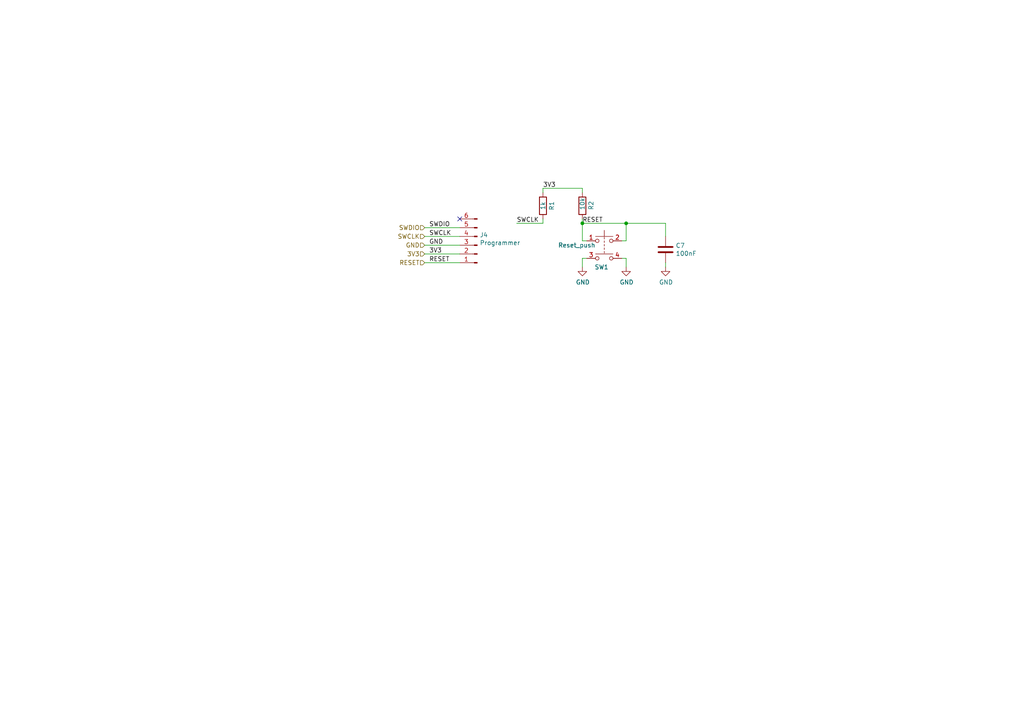
<source format=kicad_sch>
(kicad_sch (version 20200512) (host eeschema "5.99.0-unknown-57e35c9~88~ubuntu19.10.1")
  (page 1 6)
  (paper "A4")
  (lib_symbols
    (symbol "Connector:Conn_01x06_Male" (pin_names hide)
      (property "Reference" "J" (at 0 7.62 0))
      (property "Value" "Conn_01x06_Male" (at 0 -10.16 0))
      (symbol "Conn_01x06_Male_1_1"
        (rectangle (start 0.8636 -7.493) (end 0 -7.747) (stroke (width 0.1524)) (fill (type outline)))
        (rectangle (start 0.8636 -4.953) (end 0 -5.207) (stroke (width 0.1524)) (fill (type outline)))
        (rectangle (start 0.8636 -2.413) (end 0 -2.667) (stroke (width 0.1524)) (fill (type outline)))
        (rectangle (start 0.8636 0.127) (end 0 -0.127) (stroke (width 0.1524)) (fill (type outline)))
        (rectangle (start 0.8636 2.667) (end 0 2.413) (stroke (width 0.1524)) (fill (type outline)))
        (rectangle (start 0.8636 5.207) (end 0 4.953) (stroke (width 0.1524)) (fill (type outline)))
        (polyline (pts (xy 1.27 -7.62) (xy 0.8636 -7.62)) (stroke (width 0.1524)))
        (polyline (pts (xy 1.27 -5.08) (xy 0.8636 -5.08)) (stroke (width 0.1524)))
        (polyline (pts (xy 1.27 -2.54) (xy 0.8636 -2.54)) (stroke (width 0.1524)))
        (polyline (pts (xy 1.27 0) (xy 0.8636 0)) (stroke (width 0.1524)))
        (polyline (pts (xy 1.27 2.54) (xy 0.8636 2.54)) (stroke (width 0.1524)))
        (polyline (pts (xy 1.27 5.08) (xy 0.8636 5.08)) (stroke (width 0.1524)))
        (pin passive line (at 5.08 5.08 180) (length 3.81) (name "Pin_1") (number "1"))
        (pin passive line (at 5.08 2.54 180) (length 3.81) (name "Pin_2") (number "2"))
        (pin passive line (at 5.08 0 180) (length 3.81) (name "Pin_3") (number "3"))
        (pin passive line (at 5.08 -2.54 180) (length 3.81) (name "Pin_4") (number "4"))
        (pin passive line (at 5.08 -5.08 180) (length 3.81) (name "Pin_5") (number "5"))
        (pin passive line (at 5.08 -7.62 180) (length 3.81) (name "Pin_6") (number "6"))
      )
    )
    (symbol "Device:C" (pin_numbers hide) (pin_names (offset 0.254))
      (property "Reference" "C" (at 0.635 2.54 0))
      (property "Value" "C" (at 0.635 -2.54 0))
      (symbol "C_0_1"
        (polyline (pts (xy -2.032 -0.762) (xy 2.032 -0.762)) (stroke (width 0.508)))
        (polyline (pts (xy -2.032 0.762) (xy 2.032 0.762)) (stroke (width 0.508)))
      )
      (symbol "C_1_1"
        (pin passive line (at 0 3.81 270) (length 2.794) (name "~") (number "1"))
        (pin passive line (at 0 -3.81 90) (length 2.794) (name "~") (number "2"))
      )
    )
    (symbol "Device:R" (pin_numbers hide) (pin_names (offset 0))
      (property "Reference" "R" (at 2.032 0 90))
      (property "Value" "R" (at 0 0 90))
      (symbol "R_0_1"
        (rectangle (start -1.016 -2.54) (end 1.016 2.54) (stroke (width 0.254)))
      )
      (symbol "R_1_1"
        (pin passive line (at 0 3.81 270) (length 1.27) (name "~") (number "1"))
        (pin passive line (at 0 -3.81 90) (length 1.27) (name "~") (number "2"))
      )
    )
    (symbol "Switch:SW_Push_Dual" (pin_names hide)
      (property "Reference" "SW" (at 1.27 2.54 0))
      (property "Value" "SW_Push_Dual" (at 0 -6.858 0))
      (symbol "SW_Push_Dual_0_1"
        (circle (center -2.032 -5.08) (radius 0.508))
        (circle (center -2.032 0) (radius 0.508))
        (circle (center 2.032 -5.08) (radius 0.508))
        (circle (center 2.032 0) (radius 0.508))
        (polyline (pts (xy 0 -3.048) (xy 0 -3.556)))
        (polyline (pts (xy 0 -2.032) (xy 0 -2.54)))
        (polyline (pts (xy 0 -1.524) (xy 0 -1.016)))
        (polyline (pts (xy 0 -0.508) (xy 0 0)))
        (polyline (pts (xy 0 0.508) (xy 0 1.016)))
        (polyline (pts (xy 0 1.27) (xy 0 3.048)))
        (polyline (pts (xy 2.54 -3.81) (xy -2.54 -3.81)))
        (polyline (pts (xy 2.54 1.27) (xy -2.54 1.27)))
        (pin passive line (at -5.08 0 0) (length 2.54) (name "1") (number "1"))
        (pin passive line (at 5.08 0 180) (length 2.54) (name "2") (number "2"))
        (pin passive line (at -5.08 -5.08 0) (length 2.54) (name "3") (number "3"))
        (pin passive line (at 5.08 -5.08 180) (length 2.54) (name "4") (number "4"))
      )
    )
    (symbol "power:GND" (power) (pin_names (offset 0))
      (property "Value" "GND" (at 0 -3.81 0))
      (symbol "GND_0_1"
        (polyline (pts (xy 0 0) (xy 0 -1.27) (xy 1.27 -1.27) (xy 0 -2.54) (xy -1.27 -1.27) (xy 0 -1.27)))
      )
      (symbol "GND_1_1"
        (pin power_in line (at 0 0 270) (length 0) hide (name "GND") (number "1"))
      )
    )
  )
  (junction (at 168.91 64.77))
  (junction (at 181.61 64.77))
  (no_connect (at 133.35 63.5))
  (wire (pts (xy 123.19 66.04) (xy 133.35 66.04)))
  (wire (pts (xy 123.19 68.58) (xy 133.35 68.58)))
  (wire (pts (xy 123.19 71.12) (xy 133.35 71.12)))
  (wire (pts (xy 123.19 73.66) (xy 133.35 73.66)))
  (wire (pts (xy 123.19 76.2) (xy 133.35 76.2)))
  (wire (pts (xy 157.48 54.61) (xy 168.91 54.61)))
  (wire (pts (xy 157.48 55.88) (xy 157.48 54.61)))
  (wire (pts (xy 157.48 63.5) (xy 157.48 64.77)))
  (wire (pts (xy 157.48 64.77) (xy 149.86 64.77)))
  (wire (pts (xy 168.91 54.61) (xy 168.91 55.88)))
  (wire (pts (xy 168.91 63.5) (xy 168.91 64.77)))
  (wire (pts (xy 168.91 64.77) (xy 168.91 69.85)))
  (wire (pts (xy 168.91 64.77) (xy 181.61 64.77)))
  (wire (pts (xy 168.91 69.85) (xy 170.18 69.85)))
  (wire (pts (xy 168.91 74.93) (xy 168.91 77.47)))
  (wire (pts (xy 170.18 74.93) (xy 168.91 74.93)))
  (wire (pts (xy 180.34 69.85) (xy 181.61 69.85)))
  (wire (pts (xy 181.61 64.77) (xy 193.04 64.77)))
  (wire (pts (xy 181.61 69.85) (xy 181.61 64.77)))
  (wire (pts (xy 181.61 74.93) (xy 180.34 74.93)))
  (wire (pts (xy 181.61 74.93) (xy 181.61 77.47)))
  (wire (pts (xy 193.04 64.77) (xy 193.04 68.58)))
  (wire (pts (xy 193.04 76.2) (xy 193.04 77.47)))
  (label "SWDIO" (at 124.46 66.04 0))
  (label "SWCLK" (at 124.46 68.58 0))
  (label "GND" (at 124.46 71.12 0))
  (label "3V3" (at 124.46 73.66 0))
  (label "RESET" (at 124.46 76.2 0))
  (label "SWCLK" (at 149.86 64.77 0))
  (label "3V3" (at 157.48 54.61 0))
  (label "RESET" (at 168.91 64.77 0))
  (hierarchical_label "SWDIO" (shape input) (at 123.19 66.04 180))
  (hierarchical_label "SWCLK" (shape input) (at 123.19 68.58 180))
  (hierarchical_label "GND" (shape input) (at 123.19 71.12 180))
  (hierarchical_label "3V3" (shape input) (at 123.19 73.66 180))
  (hierarchical_label "RESET" (shape input) (at 123.19 76.2 180))
  (symbol (lib_id "power:GND") (at 168.91 77.47 0) (unit 1)
    (property "Reference" "#PWR0120" (effects hide))
    (property "Value" "GND" (at 169.037 81.8642 0))
  )
  (symbol (lib_id "power:GND") (at 181.61 77.47 0) (unit 1)
    (property "Reference" "#PWR0129" (effects hide))
    (property "Value" "GND" (at 181.737 81.8642 0))
  )
  (symbol (lib_id "power:GND") (at 193.04 77.47 0) (unit 1)
    (property "Reference" "#PWR0121" (effects hide))
    (property "Value" "GND" (at 193.167 81.8642 0))
  )
  (symbol (lib_id "Device:R") (at 157.48 59.69 0) (unit 1)
    (property "Reference" "R1" (at 160.02 59.69 90))
    (property "Value" "1k" (at 157.48 59.69 90))
    (property "Footprint" "Resistor_SMD:R_0603_1608Metric_Pad1.05x0.95mm_HandSolder" (effects hide))
  )
  (symbol (lib_id "Device:R") (at 168.91 59.69 0) (unit 1)
    (property "Reference" "R2" (at 171.45 60.96 90) (effects (justify left)))
    (property "Value" "10k" (at 168.91 60.96 90) (effects (justify left)))
    (property "Footprint" "Resistor_SMD:R_0603_1608Metric_Pad1.05x0.95mm_HandSolder" (effects hide))
  )
  (symbol (lib_id "Device:C") (at 193.04 72.39 0) (unit 1)
    (property "Reference" "C7" (at 195.961 71.2216 0) (effects (justify left)))
    (property "Value" "100nF" (at 195.961 73.533 0) (effects (justify left)))
    (property "Footprint" "Capacitor_SMD:C_0603_1608Metric_Pad1.05x0.95mm_HandSolder" (effects hide))
  )
  (symbol (lib_id "Connector:Conn_01x06_Male") (at 138.43 71.12 180) (unit 1)
    (property "Reference" "J4" (at 139.1412 68.1482 0) (effects (justify right)))
    (property "Value" "Programmer" (at 139.1412 70.4342 0) (effects (justify right)))
    (property "Footprint" "Connector_Molex:Molex_PicoBlade_53398-0671_1x06-1MP_P1.25mm_Vertical" (effects hide))
  )
  (symbol (lib_id "Switch:SW_Push_Dual") (at 175.26 69.85 0) (unit 1)
    (property "Reference" "SW1" (at 176.53 77.47 0) (effects (justify right)))
    (property "Value" "Reset_push" (at 172.72 71.12 0) (effects (justify right)))
    (property "Footprint" "Button_Switch_THT:SW_TH_Tactile_Omron_B3F-10xx" (effects hide))
  )
)
</source>
